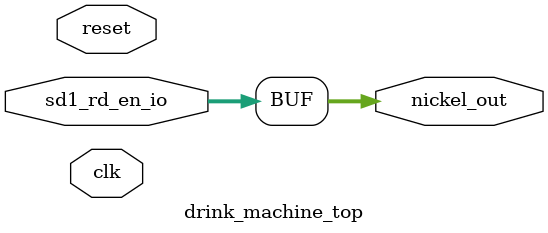
<source format=v>
module drink_machine_top(
      clk, reset, sd1_rd_en_io,nickel_out);

input   clk,  reset;
output  [3:0] nickel_out;
        
inout [3:0]sd1_rd_en_io ; 

assign sd1_rd_en_io = nickel_out ;

endmodule


</source>
